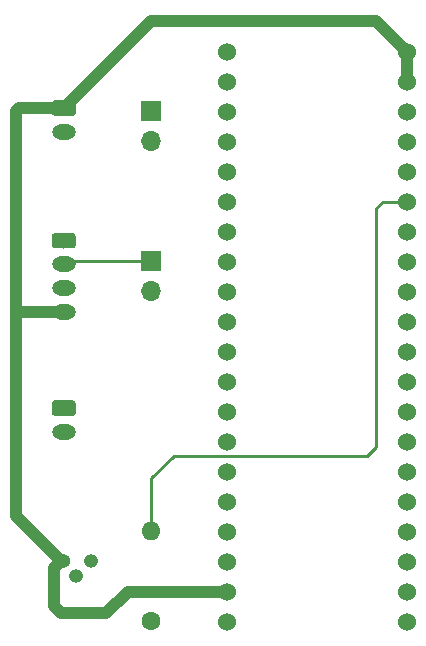
<source format=gtl>
G04 #@! TF.GenerationSoftware,KiCad,Pcbnew,(5.1.2-1)-1*
G04 #@! TF.CreationDate,2019-05-31T22:43:23-07:00*
G04 #@! TF.ProjectId,NeatoLidarInterface,4e656174-6f4c-4696-9461-72496e746572,rev?*
G04 #@! TF.SameCoordinates,Original*
G04 #@! TF.FileFunction,Copper,L1,Top*
G04 #@! TF.FilePolarity,Positive*
%FSLAX46Y46*%
G04 Gerber Fmt 4.6, Leading zero omitted, Abs format (unit mm)*
G04 Created by KiCad (PCBNEW (5.1.2-1)-1) date 2019-05-31 22:43:23*
%MOMM*%
%LPD*%
G04 APERTURE LIST*
%ADD10O,2.000000X1.300000*%
%ADD11C,0.100000*%
%ADD12C,1.300000*%
%ADD13O,1.700000X1.700000*%
%ADD14R,1.700000X1.700000*%
%ADD15O,1.600000X1.200000*%
%ADD16O,1.200000X1.200000*%
%ADD17C,1.600000*%
%ADD18O,1.600000X1.600000*%
%ADD19C,1.524000*%
%ADD20C,0.250000*%
%ADD21C,1.000000*%
G04 APERTURE END LIST*
D10*
X185650000Y-11920000D03*
D11*
G36*
X186424504Y-9271204D02*
G01*
X186448773Y-9274804D01*
X186472571Y-9280765D01*
X186495671Y-9289030D01*
X186517849Y-9299520D01*
X186538893Y-9312133D01*
X186558598Y-9326747D01*
X186576777Y-9343223D01*
X186593253Y-9361402D01*
X186607867Y-9381107D01*
X186620480Y-9402151D01*
X186630970Y-9424329D01*
X186639235Y-9447429D01*
X186645196Y-9471227D01*
X186648796Y-9495496D01*
X186650000Y-9520000D01*
X186650000Y-10320000D01*
X186648796Y-10344504D01*
X186645196Y-10368773D01*
X186639235Y-10392571D01*
X186630970Y-10415671D01*
X186620480Y-10437849D01*
X186607867Y-10458893D01*
X186593253Y-10478598D01*
X186576777Y-10496777D01*
X186558598Y-10513253D01*
X186538893Y-10527867D01*
X186517849Y-10540480D01*
X186495671Y-10550970D01*
X186472571Y-10559235D01*
X186448773Y-10565196D01*
X186424504Y-10568796D01*
X186400000Y-10570000D01*
X184900000Y-10570000D01*
X184875496Y-10568796D01*
X184851227Y-10565196D01*
X184827429Y-10559235D01*
X184804329Y-10550970D01*
X184782151Y-10540480D01*
X184761107Y-10527867D01*
X184741402Y-10513253D01*
X184723223Y-10496777D01*
X184706747Y-10478598D01*
X184692133Y-10458893D01*
X184679520Y-10437849D01*
X184669030Y-10415671D01*
X184660765Y-10392571D01*
X184654804Y-10368773D01*
X184651204Y-10344504D01*
X184650000Y-10320000D01*
X184650000Y-9520000D01*
X184651204Y-9495496D01*
X184654804Y-9471227D01*
X184660765Y-9447429D01*
X184669030Y-9424329D01*
X184679520Y-9402151D01*
X184692133Y-9381107D01*
X184706747Y-9361402D01*
X184723223Y-9343223D01*
X184741402Y-9326747D01*
X184761107Y-9312133D01*
X184782151Y-9299520D01*
X184804329Y-9289030D01*
X184827429Y-9280765D01*
X184851227Y-9274804D01*
X184875496Y-9271204D01*
X184900000Y-9270000D01*
X186400000Y-9270000D01*
X186424504Y-9271204D01*
X186424504Y-9271204D01*
G37*
D12*
X185650000Y-9920000D03*
D11*
G36*
X186424504Y-20511204D02*
G01*
X186448773Y-20514804D01*
X186472571Y-20520765D01*
X186495671Y-20529030D01*
X186517849Y-20539520D01*
X186538893Y-20552133D01*
X186558598Y-20566747D01*
X186576777Y-20583223D01*
X186593253Y-20601402D01*
X186607867Y-20621107D01*
X186620480Y-20642151D01*
X186630970Y-20664329D01*
X186639235Y-20687429D01*
X186645196Y-20711227D01*
X186648796Y-20735496D01*
X186650000Y-20760000D01*
X186650000Y-21560000D01*
X186648796Y-21584504D01*
X186645196Y-21608773D01*
X186639235Y-21632571D01*
X186630970Y-21655671D01*
X186620480Y-21677849D01*
X186607867Y-21698893D01*
X186593253Y-21718598D01*
X186576777Y-21736777D01*
X186558598Y-21753253D01*
X186538893Y-21767867D01*
X186517849Y-21780480D01*
X186495671Y-21790970D01*
X186472571Y-21799235D01*
X186448773Y-21805196D01*
X186424504Y-21808796D01*
X186400000Y-21810000D01*
X184900000Y-21810000D01*
X184875496Y-21808796D01*
X184851227Y-21805196D01*
X184827429Y-21799235D01*
X184804329Y-21790970D01*
X184782151Y-21780480D01*
X184761107Y-21767867D01*
X184741402Y-21753253D01*
X184723223Y-21736777D01*
X184706747Y-21718598D01*
X184692133Y-21698893D01*
X184679520Y-21677849D01*
X184669030Y-21655671D01*
X184660765Y-21632571D01*
X184654804Y-21608773D01*
X184651204Y-21584504D01*
X184650000Y-21560000D01*
X184650000Y-20760000D01*
X184651204Y-20735496D01*
X184654804Y-20711227D01*
X184660765Y-20687429D01*
X184669030Y-20664329D01*
X184679520Y-20642151D01*
X184692133Y-20621107D01*
X184706747Y-20601402D01*
X184723223Y-20583223D01*
X184741402Y-20566747D01*
X184761107Y-20552133D01*
X184782151Y-20539520D01*
X184804329Y-20529030D01*
X184827429Y-20520765D01*
X184851227Y-20514804D01*
X184875496Y-20511204D01*
X184900000Y-20510000D01*
X186400000Y-20510000D01*
X186424504Y-20511204D01*
X186424504Y-20511204D01*
G37*
D12*
X185650000Y-21160000D03*
D10*
X185650000Y-23160000D03*
X185650000Y-25160000D03*
X185650000Y-27160000D03*
D11*
G36*
X186424504Y-34671204D02*
G01*
X186448773Y-34674804D01*
X186472571Y-34680765D01*
X186495671Y-34689030D01*
X186517849Y-34699520D01*
X186538893Y-34712133D01*
X186558598Y-34726747D01*
X186576777Y-34743223D01*
X186593253Y-34761402D01*
X186607867Y-34781107D01*
X186620480Y-34802151D01*
X186630970Y-34824329D01*
X186639235Y-34847429D01*
X186645196Y-34871227D01*
X186648796Y-34895496D01*
X186650000Y-34920000D01*
X186650000Y-35720000D01*
X186648796Y-35744504D01*
X186645196Y-35768773D01*
X186639235Y-35792571D01*
X186630970Y-35815671D01*
X186620480Y-35837849D01*
X186607867Y-35858893D01*
X186593253Y-35878598D01*
X186576777Y-35896777D01*
X186558598Y-35913253D01*
X186538893Y-35927867D01*
X186517849Y-35940480D01*
X186495671Y-35950970D01*
X186472571Y-35959235D01*
X186448773Y-35965196D01*
X186424504Y-35968796D01*
X186400000Y-35970000D01*
X184900000Y-35970000D01*
X184875496Y-35968796D01*
X184851227Y-35965196D01*
X184827429Y-35959235D01*
X184804329Y-35950970D01*
X184782151Y-35940480D01*
X184761107Y-35927867D01*
X184741402Y-35913253D01*
X184723223Y-35896777D01*
X184706747Y-35878598D01*
X184692133Y-35858893D01*
X184679520Y-35837849D01*
X184669030Y-35815671D01*
X184660765Y-35792571D01*
X184654804Y-35768773D01*
X184651204Y-35744504D01*
X184650000Y-35720000D01*
X184650000Y-34920000D01*
X184651204Y-34895496D01*
X184654804Y-34871227D01*
X184660765Y-34847429D01*
X184669030Y-34824329D01*
X184679520Y-34802151D01*
X184692133Y-34781107D01*
X184706747Y-34761402D01*
X184723223Y-34743223D01*
X184741402Y-34726747D01*
X184761107Y-34712133D01*
X184782151Y-34699520D01*
X184804329Y-34689030D01*
X184827429Y-34680765D01*
X184851227Y-34674804D01*
X184875496Y-34671204D01*
X184900000Y-34670000D01*
X186400000Y-34670000D01*
X186424504Y-34671204D01*
X186424504Y-34671204D01*
G37*
D12*
X185650000Y-35320000D03*
D10*
X185650000Y-37320000D03*
D13*
X193040000Y-25400000D03*
D14*
X193040000Y-22860000D03*
X193040000Y-10160000D03*
D13*
X193040000Y-12700000D03*
D15*
X185420000Y-48260000D03*
D16*
X186690000Y-49530000D03*
X187960000Y-48260000D03*
D17*
X193040000Y-53340000D03*
D18*
X193040000Y-45720000D03*
D19*
X199450001Y-5140001D03*
X199450001Y-7680001D03*
X199450001Y-10220001D03*
X199450001Y-12760001D03*
X199450001Y-15300001D03*
X199450001Y-17840001D03*
X199450001Y-20380001D03*
X199450001Y-22920001D03*
X199450001Y-25460001D03*
X199450001Y-28000001D03*
X199450001Y-30540001D03*
X199450001Y-33080001D03*
X199450001Y-35620001D03*
X199450001Y-38160001D03*
X199450001Y-40700001D03*
X199450001Y-43240001D03*
X199450001Y-45780001D03*
X199450001Y-48320001D03*
X199450001Y-50860001D03*
X199450001Y-53400001D03*
X214690001Y-53400001D03*
X214690001Y-50860001D03*
X214690001Y-48320001D03*
X214690001Y-45780001D03*
X214690001Y-43240001D03*
X214690001Y-40700001D03*
X214690001Y-38160001D03*
X214690001Y-35620001D03*
X214690001Y-33080001D03*
X214690001Y-30540001D03*
X214690001Y-28000001D03*
X214690001Y-25460001D03*
X214690001Y-22920001D03*
X214690001Y-20380001D03*
X214690001Y-17840001D03*
X214690001Y-15300001D03*
X214690001Y-12760001D03*
X214690001Y-10220001D03*
X214690001Y-7680001D03*
X214690001Y-5140001D03*
D20*
X185650000Y-37320000D02*
X184867998Y-37320000D01*
D21*
X214690001Y-5140001D02*
X214690001Y-7680001D01*
D20*
X191517000Y-4053000D02*
X191527000Y-4053000D01*
D21*
X185650000Y-9920000D02*
X191517000Y-4053000D01*
X191527000Y-4053000D02*
X193040000Y-2540000D01*
X212090000Y-2540000D02*
X214690001Y-5140001D01*
X193040000Y-2540000D02*
X212090000Y-2540000D01*
X181610000Y-10160000D02*
X181850000Y-9920000D01*
X181850000Y-9920000D02*
X185650000Y-9920000D01*
X185420000Y-48260000D02*
X181610000Y-44450000D01*
X184785000Y-48895000D02*
X185420000Y-48260000D01*
X191074999Y-50860001D02*
X189230000Y-52705000D01*
X199450001Y-50860001D02*
X191074999Y-50860001D01*
X185420000Y-52705000D02*
X184785000Y-52070000D01*
X184785000Y-52070000D02*
X184785000Y-48895000D01*
X189230000Y-52705000D02*
X185420000Y-52705000D01*
X185650000Y-27160000D02*
X181755000Y-27160000D01*
D20*
X181755000Y-27160000D02*
X181610000Y-27305000D01*
D21*
X181610000Y-27305000D02*
X181610000Y-10160000D01*
X181610000Y-44450000D02*
X181610000Y-27305000D01*
D20*
X185950000Y-22860000D02*
X185650000Y-23160000D01*
X193040000Y-22860000D02*
X185950000Y-22860000D01*
X199510002Y-53340000D02*
X199450001Y-53400001D01*
X212664999Y-17840001D02*
X214690001Y-17840001D01*
X212090000Y-18415000D02*
X212664999Y-17840001D01*
X194945000Y-39370000D02*
X211306000Y-39370000D01*
X193040000Y-41275000D02*
X194945000Y-39370000D01*
X212090000Y-38586000D02*
X212090000Y-18415000D01*
X211306000Y-39370000D02*
X212090000Y-38586000D01*
X193040000Y-45720000D02*
X193040000Y-41275000D01*
X199390000Y-45720000D02*
X199450001Y-45780001D01*
M02*

</source>
